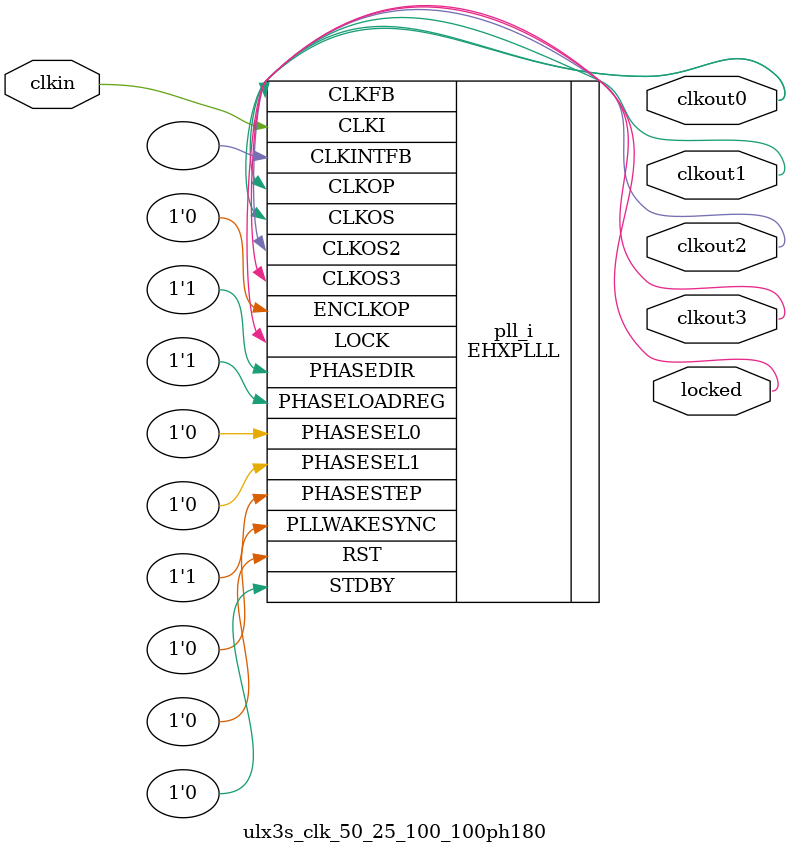
<source format=v>
module ulx3s_clk_50_25_100_100ph180
(
    input clkin, // 25 MHz, 0 deg
    output clkout0, // 50 MHz, 0 deg
    output clkout1, // 25 MHz, 0 deg
    output clkout2, // 100 MHz, 0 deg
    output clkout3, // 100 MHz, 180 deg
    output locked
);
(* FREQUENCY_PIN_CLKI="25" *)
(* FREQUENCY_PIN_CLKOP="50" *)
(* FREQUENCY_PIN_CLKOS="25" *)
(* FREQUENCY_PIN_CLKOS2="100" *)
(* FREQUENCY_PIN_CLKOS3="100" *)
(* ICP_CURRENT="12" *) (* LPF_RESISTOR="8" *) (* MFG_ENABLE_FILTEROPAMP="1" *) (* MFG_GMCREF_SEL="2" *)
EHXPLLL #(
        .PLLRST_ENA("DISABLED"),
        .INTFB_WAKE("DISABLED"),
        .STDBY_ENABLE("DISABLED"),
        .DPHASE_SOURCE("DISABLED"),
        .OUTDIVIDER_MUXA("DIVA"),
        .OUTDIVIDER_MUXB("DIVB"),
        .OUTDIVIDER_MUXC("DIVC"),
        .OUTDIVIDER_MUXD("DIVD"),
        .CLKI_DIV(1),
        .CLKOP_ENABLE("ENABLED"),
        .CLKOP_DIV(12),
        .CLKOP_CPHASE(5),
        .CLKOP_FPHASE(0),
        .CLKOS_ENABLE("ENABLED"),
        .CLKOS_DIV(24),
        .CLKOS_CPHASE(5),
        .CLKOS_FPHASE(0),
        .CLKOS2_ENABLE("ENABLED"),
        .CLKOS2_DIV(6),
        .CLKOS2_CPHASE(5),
        .CLKOS2_FPHASE(0),
        .CLKOS3_ENABLE("ENABLED"),
        .CLKOS3_DIV(6),
        .CLKOS3_CPHASE(8),
        .CLKOS3_FPHASE(0),
        .FEEDBK_PATH("CLKOP"),
        .CLKFB_DIV(2)
    ) pll_i (
        .RST(1'b0),
        .STDBY(1'b0),
        .CLKI(clkin),
        .CLKOP(clkout0),
        .CLKOS(clkout1),
        .CLKOS2(clkout2),
        .CLKOS3(clkout3),
        .CLKFB(clkout0),
        .CLKINTFB(),
        .PHASESEL0(1'b0),
        .PHASESEL1(1'b0),
        .PHASEDIR(1'b1),
        .PHASESTEP(1'b1),
        .PHASELOADREG(1'b1),
        .PLLWAKESYNC(1'b0),
        .ENCLKOP(1'b0),
        .LOCK(locked)
	);
endmodule

</source>
